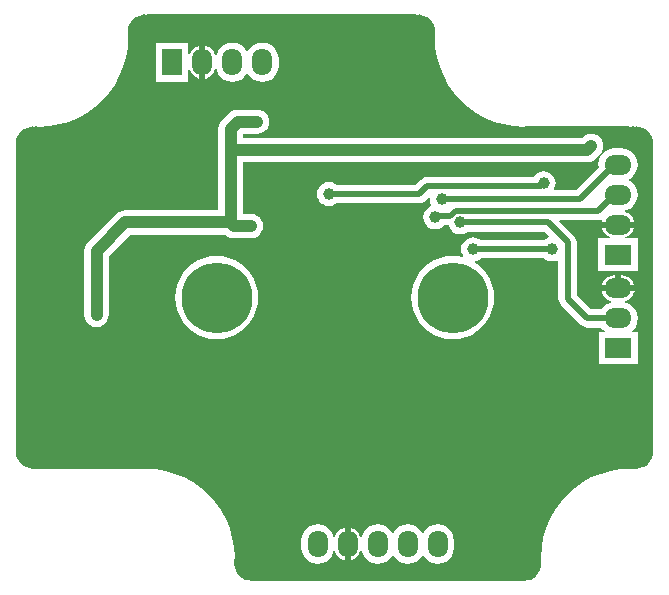
<source format=gbl>
G04*
G04 #@! TF.GenerationSoftware,Altium Limited,Altium Designer,21.3.2 (30)*
G04*
G04 Layer_Physical_Order=2*
G04 Layer_Color=16711680*
%FSLAX24Y24*%
%MOIN*%
G70*
G04*
G04 #@! TF.SameCoordinates,C6C43F33-DCCB-449E-A6F8-7945281E5F6C*
G04*
G04*
G04 #@! TF.FilePolarity,Positive*
G04*
G01*
G75*
%ADD45C,0.0400*%
%ADD46C,0.0200*%
%ADD49O,0.0906X0.0669*%
%ADD50R,0.0906X0.0669*%
%ADD51O,0.0669X0.0906*%
%ADD52R,0.0669X0.0906*%
%ADD53C,0.2362*%
%ADD54C,0.0394*%
G36*
X14769Y20482D02*
X14770Y20481D01*
X14820Y20496D01*
X14884Y20490D01*
X14994Y20456D01*
X15095Y20402D01*
X15184Y20329D01*
X15256Y20241D01*
X15310Y20140D01*
X15344Y20030D01*
X15353Y19933D01*
X15339Y19884D01*
X15339Y19883D01*
X15353Y19832D01*
X15347Y19719D01*
X15366Y19387D01*
X15421Y19060D01*
X15513Y18741D01*
X15640Y18434D01*
X15801Y18144D01*
X15993Y17873D01*
X16214Y17625D01*
X16462Y17404D01*
X16733Y17212D01*
X17023Y17051D01*
X17330Y16924D01*
X17649Y16832D01*
X17976Y16777D01*
X18308Y16758D01*
Y16758D01*
X18358Y16760D01*
X21801Y16760D01*
X21851Y16758D01*
Y16758D01*
X21965Y16765D01*
X22015Y16750D01*
X22016Y16750D01*
X22065Y16764D01*
X22162Y16755D01*
X22272Y16722D01*
X22373Y16668D01*
X22462Y16595D01*
X22534Y16506D01*
X22588Y16405D01*
X22622Y16295D01*
X22628Y16231D01*
X22613Y16181D01*
X22614Y16180D01*
X22633Y16161D01*
Y5977D01*
X22614Y5935D01*
X22613Y5934D01*
X22628Y5884D01*
X22622Y5820D01*
X22588Y5710D01*
X22534Y5609D01*
X22462Y5520D01*
X22373Y5447D01*
X22272Y5393D01*
X22162Y5360D01*
X22065Y5350D01*
X22016Y5364D01*
X22015Y5365D01*
X21965Y5350D01*
X21851Y5356D01*
X21519Y5338D01*
X21192Y5282D01*
X20873Y5190D01*
X20566Y5063D01*
X20276Y4903D01*
X20005Y4711D01*
X19758Y4489D01*
X19536Y4242D01*
X19344Y3971D01*
X19184Y3680D01*
X19057Y3374D01*
X18965Y3055D01*
X18909Y2727D01*
X18890Y2396D01*
X18897Y2282D01*
X18882Y2232D01*
X18882Y2231D01*
X18897Y2181D01*
X18887Y2085D01*
X18854Y1975D01*
X18800Y1874D01*
X18727Y1785D01*
X18638Y1712D01*
X18537Y1658D01*
X18427Y1625D01*
X18315Y1614D01*
X18313Y1614D01*
X9247Y1614D01*
X9245Y1614D01*
X9133Y1625D01*
X9023Y1658D01*
X8922Y1712D01*
X8833Y1785D01*
X8760Y1874D01*
X8706Y1975D01*
X8673Y2085D01*
X8663Y2182D01*
X8665Y2231D01*
X8665Y2231D01*
X8663Y2281D01*
X8670Y2396D01*
X8651Y2727D01*
X8596Y3055D01*
X8504Y3374D01*
X8377Y3680D01*
X8216Y3971D01*
X8024Y4242D01*
X7803Y4489D01*
X7555Y4711D01*
X7284Y4903D01*
X6994Y5063D01*
X6687Y5190D01*
X6368Y5282D01*
X6041Y5338D01*
X5759Y5354D01*
X5710Y5356D01*
X5710Y5373D01*
X5709Y5374D01*
Y5356D01*
X5661Y5354D01*
X2214D01*
X2184Y5356D01*
X2184Y5356D01*
X2166Y5374D01*
X2166Y5374D01*
X2165Y5373D01*
X2165Y5356D01*
X2052Y5350D01*
X2002Y5365D01*
X2001Y5364D01*
X1951Y5350D01*
X1855Y5360D01*
X1745Y5393D01*
X1644Y5447D01*
X1555Y5520D01*
X1482Y5609D01*
X1428Y5710D01*
X1395Y5820D01*
X1384Y5932D01*
X1384Y5934D01*
X1384Y16181D01*
X1384Y16183D01*
X1395Y16295D01*
X1428Y16405D01*
X1482Y16506D01*
X1555Y16595D01*
X1644Y16667D01*
X1745Y16722D01*
X1855Y16755D01*
X1951Y16764D01*
X2001Y16750D01*
X2002Y16750D01*
X2052Y16765D01*
X2166Y16758D01*
X2497Y16777D01*
X2825Y16832D01*
X3144Y16924D01*
X3450Y17051D01*
X3741Y17212D01*
X4012Y17404D01*
X4259Y17625D01*
X4481Y17873D01*
X4673Y18144D01*
X4833Y18434D01*
X4960Y18741D01*
X5052Y19060D01*
X5108Y19387D01*
X5126Y19719D01*
X5120Y19832D01*
X5135Y19883D01*
X5131Y19895D01*
X5120Y19933D01*
X5130Y20030D01*
X5163Y20140D01*
X5217Y20241D01*
X5290Y20329D01*
X5379Y20402D01*
X5480Y20456D01*
X5590Y20490D01*
X5654Y20496D01*
X5704Y20481D01*
X5704Y20481D01*
X5705Y20482D01*
X5751Y20500D01*
X5754D01*
Y20500D01*
X5754Y20500D01*
X14727Y20500D01*
X14769Y20482D01*
D02*
G37*
%LPC*%
G36*
X9600Y19557D02*
X9460Y19539D01*
X9330Y19485D01*
X9219Y19399D01*
X9133Y19288D01*
X9125Y19268D01*
X9075D01*
X9067Y19288D01*
X8981Y19399D01*
X8870Y19485D01*
X8740Y19539D01*
X8600Y19557D01*
X8460Y19539D01*
X8330Y19485D01*
X8219Y19399D01*
X8133Y19288D01*
X8079Y19158D01*
X8075Y19125D01*
X8024D01*
X8023Y19132D01*
X7980Y19237D01*
X7910Y19328D01*
X7819Y19398D01*
X7713Y19442D01*
X7700Y19443D01*
Y18900D01*
Y18357D01*
X7713Y18358D01*
X7819Y18402D01*
X7910Y18472D01*
X7980Y18563D01*
X8023Y18668D01*
X8024Y18675D01*
X8075D01*
X8079Y18642D01*
X8133Y18512D01*
X8219Y18401D01*
X8330Y18315D01*
X8460Y18261D01*
X8600Y18243D01*
X8740Y18261D01*
X8870Y18315D01*
X8981Y18401D01*
X9067Y18512D01*
X9075Y18532D01*
X9125D01*
X9133Y18512D01*
X9219Y18401D01*
X9330Y18315D01*
X9460Y18261D01*
X9600Y18243D01*
X9740Y18261D01*
X9870Y18315D01*
X9981Y18401D01*
X10067Y18512D01*
X10121Y18642D01*
X10139Y18782D01*
Y19018D01*
X10121Y19158D01*
X10067Y19288D01*
X9981Y19399D01*
X9870Y19485D01*
X9740Y19539D01*
X9600Y19557D01*
D02*
G37*
G36*
X7135Y19553D02*
X6065D01*
Y18247D01*
X7135D01*
Y18639D01*
X7185Y18649D01*
X7220Y18563D01*
X7290Y18472D01*
X7381Y18402D01*
X7487Y18358D01*
X7500Y18357D01*
Y18900D01*
Y19443D01*
X7487Y19442D01*
X7381Y19398D01*
X7290Y19328D01*
X7220Y19237D01*
X7185Y19151D01*
X7135Y19161D01*
Y19553D01*
D02*
G37*
G36*
X9430Y17323D02*
X8772D01*
X8668Y17310D01*
X8571Y17269D01*
X8487Y17205D01*
X8487Y17205D01*
X8253Y16971D01*
X8189Y16887D01*
X8148Y16790D01*
X8135Y16686D01*
X8135Y16686D01*
Y15970D01*
Y13963D01*
X5010D01*
X5010Y13963D01*
X4906Y13950D01*
X4808Y13909D01*
X4725Y13845D01*
X4725Y13845D01*
X3785Y12905D01*
X3721Y12822D01*
X3680Y12724D01*
X3667Y12620D01*
X3667Y12620D01*
Y10480D01*
X3680Y10376D01*
X3721Y10278D01*
X3785Y10195D01*
X3868Y10131D01*
X3966Y10090D01*
X4070Y10077D01*
X4174Y10090D01*
X4272Y10131D01*
X4355Y10195D01*
X4419Y10278D01*
X4460Y10376D01*
X4473Y10480D01*
Y12453D01*
X5177Y13157D01*
X8371D01*
X8373Y13155D01*
X8373Y13155D01*
X8456Y13091D01*
X8554Y13050D01*
X8658Y13037D01*
X8658Y13037D01*
X9220D01*
X9324Y13050D01*
X9422Y13091D01*
X9505Y13155D01*
X9569Y13238D01*
X9610Y13336D01*
X9623Y13440D01*
X9610Y13544D01*
X9569Y13642D01*
X9505Y13725D01*
X9422Y13789D01*
X9324Y13830D01*
X9220Y13843D01*
X8942D01*
Y15567D01*
X20410D01*
X20410Y15567D01*
X20514Y15580D01*
X20612Y15621D01*
X20695Y15685D01*
X20845Y15835D01*
X20909Y15918D01*
X20950Y16016D01*
X20963Y16120D01*
X20950Y16224D01*
X20909Y16322D01*
X20845Y16405D01*
X20762Y16469D01*
X20664Y16510D01*
X20560Y16523D01*
X20456Y16510D01*
X20358Y16469D01*
X20275Y16405D01*
X20243Y16373D01*
X8942D01*
Y16517D01*
X9430D01*
X9534Y16530D01*
X9632Y16571D01*
X9715Y16635D01*
X9779Y16718D01*
X9820Y16816D01*
X9833Y16920D01*
X9820Y17024D01*
X9779Y17122D01*
X9715Y17205D01*
X9632Y17269D01*
X9534Y17310D01*
X9430Y17323D01*
D02*
G37*
G36*
X21568Y16029D02*
X21332D01*
X21192Y16011D01*
X21062Y15957D01*
X20951Y15871D01*
X20865Y15760D01*
X20811Y15630D01*
X20793Y15490D01*
X20806Y15392D01*
X20047Y14633D01*
X19345D01*
X19322Y14683D01*
X19357Y14766D01*
X19370Y14870D01*
X19357Y14974D01*
X19317Y15070D01*
X19253Y15153D01*
X19170Y15217D01*
X19074Y15257D01*
X18970Y15270D01*
X18866Y15257D01*
X18770Y15217D01*
X18687Y15153D01*
X18625Y15073D01*
X15090D01*
X15012Y15062D01*
X14939Y15032D01*
X14876Y14984D01*
X14702Y14809D01*
X12074D01*
X12017Y14854D01*
X11920Y14893D01*
X11817Y14907D01*
X11713Y14893D01*
X11617Y14854D01*
X11534Y14790D01*
X11470Y14707D01*
X11430Y14610D01*
X11417Y14507D01*
X11430Y14403D01*
X11470Y14307D01*
X11534Y14224D01*
X11617Y14160D01*
X11713Y14120D01*
X11817Y14107D01*
X11920Y14120D01*
X12017Y14160D01*
X12074Y14204D01*
X14827D01*
X14905Y14215D01*
X14978Y14245D01*
X15041Y14293D01*
X15137Y14389D01*
X15184Y14366D01*
X15180Y14330D01*
X15193Y14226D01*
X15225Y14150D01*
X15203Y14095D01*
X15160Y14077D01*
X15077Y14013D01*
X15013Y13930D01*
X14973Y13834D01*
X14960Y13730D01*
X14973Y13626D01*
X15013Y13530D01*
X15077Y13447D01*
X15160Y13383D01*
X15256Y13343D01*
X15360Y13330D01*
X15464Y13343D01*
X15560Y13383D01*
X15643Y13447D01*
X15656Y13464D01*
X15812D01*
X15813Y13456D01*
X15853Y13360D01*
X15917Y13277D01*
X16000Y13213D01*
X16096Y13173D01*
X16200Y13160D01*
X16304Y13173D01*
X16400Y13213D01*
X16458Y13257D01*
X18985D01*
X19139Y13103D01*
X19121Y13050D01*
X19040Y13017D01*
X18982Y12973D01*
X16878D01*
X16820Y13017D01*
X16724Y13057D01*
X16620Y13070D01*
X16516Y13057D01*
X16420Y13017D01*
X16337Y12953D01*
X16273Y12870D01*
X16233Y12774D01*
X16220Y12670D01*
X16233Y12566D01*
X16273Y12470D01*
X16292Y12446D01*
X16263Y12401D01*
X16162Y12426D01*
X15945Y12443D01*
X15729Y12426D01*
X15517Y12375D01*
X15316Y12292D01*
X15131Y12178D01*
X14966Y12037D01*
X14825Y11872D01*
X14711Y11686D01*
X14628Y11485D01*
X14577Y11274D01*
X14560Y11057D01*
X14577Y10841D01*
X14628Y10629D01*
X14711Y10428D01*
X14825Y10243D01*
X14966Y10078D01*
X15131Y9937D01*
X15316Y9823D01*
X15517Y9740D01*
X15729Y9689D01*
X15945Y9672D01*
X16162Y9689D01*
X16374Y9740D01*
X16574Y9823D01*
X16760Y9937D01*
X16925Y10078D01*
X17066Y10243D01*
X17180Y10428D01*
X17263Y10629D01*
X17314Y10841D01*
X17331Y11057D01*
X17314Y11274D01*
X17263Y11485D01*
X17180Y11686D01*
X17066Y11872D01*
X16925Y12037D01*
X16760Y12178D01*
X16680Y12227D01*
X16691Y12279D01*
X16724Y12283D01*
X16820Y12323D01*
X16878Y12367D01*
X18982D01*
X19040Y12323D01*
X19136Y12283D01*
X19240Y12270D01*
X19344Y12283D01*
X19417Y12314D01*
X19467Y12285D01*
Y11020D01*
X19478Y10942D01*
X19508Y10869D01*
X19556Y10806D01*
X20216Y10146D01*
X20279Y10098D01*
X20352Y10068D01*
X20430Y10057D01*
X20900D01*
X20961Y9979D01*
X21008Y9942D01*
X20992Y9895D01*
X20807D01*
Y8825D01*
X22113D01*
Y9895D01*
X21928D01*
X21912Y9942D01*
X21959Y9979D01*
X22045Y10090D01*
X22099Y10220D01*
X22117Y10360D01*
X22099Y10500D01*
X22045Y10630D01*
X21959Y10741D01*
X21848Y10827D01*
X21718Y10881D01*
X21685Y10885D01*
Y10936D01*
X21692Y10937D01*
X21797Y10980D01*
X21888Y11050D01*
X21958Y11141D01*
X22002Y11247D01*
X22003Y11260D01*
X21460D01*
X20917D01*
X20918Y11247D01*
X20962Y11141D01*
X21032Y11050D01*
X21123Y10980D01*
X21228Y10937D01*
X21235Y10936D01*
Y10885D01*
X21202Y10881D01*
X21072Y10827D01*
X20961Y10741D01*
X20900Y10663D01*
X20555D01*
X20073Y11145D01*
Y12900D01*
X20062Y12978D01*
X20032Y13051D01*
X19984Y13114D01*
X19490Y13608D01*
X19509Y13654D01*
X20799D01*
X20877Y13665D01*
X20885Y13668D01*
X20920Y13633D01*
X20908Y13603D01*
X20907Y13590D01*
X21450D01*
X21993D01*
X21992Y13603D01*
X21948Y13709D01*
X21878Y13800D01*
X21787Y13870D01*
X21682Y13913D01*
X21675Y13914D01*
Y13965D01*
X21708Y13969D01*
X21838Y14023D01*
X21949Y14109D01*
X22035Y14220D01*
X22089Y14350D01*
X22107Y14490D01*
X22089Y14630D01*
X22035Y14760D01*
X21949Y14871D01*
X21838Y14957D01*
X21818Y14965D01*
Y15015D01*
X21838Y15023D01*
X21949Y15109D01*
X22035Y15220D01*
X22089Y15350D01*
X22107Y15490D01*
X22089Y15630D01*
X22035Y15760D01*
X21949Y15871D01*
X21838Y15957D01*
X21708Y16011D01*
X21568Y16029D01*
D02*
G37*
G36*
X21993Y13390D02*
X21450D01*
X20907D01*
X20908Y13377D01*
X20952Y13271D01*
X21022Y13180D01*
X21113Y13110D01*
X21199Y13075D01*
X21189Y13025D01*
X20797D01*
Y11955D01*
X22103D01*
Y13025D01*
X21711D01*
X21701Y13075D01*
X21787Y13110D01*
X21878Y13180D01*
X21948Y13271D01*
X21992Y13377D01*
X21993Y13390D01*
D02*
G37*
G36*
X21578Y11798D02*
X21560D01*
Y11460D01*
X22003D01*
X22002Y11473D01*
X21958Y11579D01*
X21888Y11670D01*
X21797Y11740D01*
X21692Y11783D01*
X21578Y11798D01*
D02*
G37*
G36*
X21360D02*
X21342D01*
X21228Y11783D01*
X21123Y11740D01*
X21032Y11670D01*
X20962Y11579D01*
X20918Y11473D01*
X20917Y11460D01*
X21360D01*
Y11798D01*
D02*
G37*
G36*
X8071Y12443D02*
X7855Y12426D01*
X7643Y12375D01*
X7442Y12292D01*
X7257Y12178D01*
X7092Y12037D01*
X6951Y11872D01*
X6837Y11686D01*
X6754Y11485D01*
X6703Y11274D01*
X6686Y11057D01*
X6703Y10841D01*
X6754Y10629D01*
X6837Y10428D01*
X6951Y10243D01*
X7092Y10078D01*
X7257Y9937D01*
X7442Y9823D01*
X7643Y9740D01*
X7855Y9689D01*
X8071Y9672D01*
X8288Y9689D01*
X8500Y9740D01*
X8700Y9823D01*
X8886Y9937D01*
X9051Y10078D01*
X9192Y10243D01*
X9306Y10428D01*
X9389Y10629D01*
X9440Y10841D01*
X9457Y11057D01*
X9440Y11274D01*
X9389Y11485D01*
X9306Y11686D01*
X9192Y11872D01*
X9051Y12037D01*
X8886Y12178D01*
X8700Y12292D01*
X8500Y12375D01*
X8288Y12426D01*
X8071Y12443D01*
D02*
G37*
G36*
X15440Y3497D02*
X15300Y3479D01*
X15170Y3425D01*
X15059Y3339D01*
X14973Y3228D01*
X14965Y3208D01*
X14915D01*
X14907Y3228D01*
X14821Y3339D01*
X14710Y3425D01*
X14580Y3479D01*
X14440Y3497D01*
X14300Y3479D01*
X14170Y3425D01*
X14059Y3339D01*
X13973Y3228D01*
X13965Y3208D01*
X13915D01*
X13907Y3228D01*
X13821Y3339D01*
X13710Y3425D01*
X13580Y3479D01*
X13440Y3497D01*
X13300Y3479D01*
X13170Y3425D01*
X13059Y3339D01*
X12973Y3228D01*
X12919Y3098D01*
X12915Y3065D01*
X12864D01*
X12863Y3072D01*
X12820Y3177D01*
X12750Y3268D01*
X12659Y3338D01*
X12553Y3382D01*
X12540Y3383D01*
Y2840D01*
Y2297D01*
X12553Y2298D01*
X12659Y2342D01*
X12750Y2412D01*
X12820Y2503D01*
X12863Y2608D01*
X12864Y2615D01*
X12915D01*
X12919Y2582D01*
X12973Y2452D01*
X13059Y2341D01*
X13170Y2255D01*
X13300Y2201D01*
X13440Y2183D01*
X13580Y2201D01*
X13710Y2255D01*
X13821Y2341D01*
X13907Y2452D01*
X13915Y2472D01*
X13965D01*
X13973Y2452D01*
X14059Y2341D01*
X14170Y2255D01*
X14300Y2201D01*
X14440Y2183D01*
X14580Y2201D01*
X14710Y2255D01*
X14821Y2341D01*
X14907Y2452D01*
X14915Y2472D01*
X14965D01*
X14973Y2452D01*
X15059Y2341D01*
X15170Y2255D01*
X15300Y2201D01*
X15440Y2183D01*
X15580Y2201D01*
X15710Y2255D01*
X15821Y2341D01*
X15907Y2452D01*
X15961Y2582D01*
X15979Y2722D01*
Y2958D01*
X15961Y3098D01*
X15907Y3228D01*
X15821Y3339D01*
X15710Y3425D01*
X15580Y3479D01*
X15440Y3497D01*
D02*
G37*
G36*
X11440D02*
X11300Y3479D01*
X11170Y3425D01*
X11059Y3339D01*
X10973Y3228D01*
X10919Y3098D01*
X10901Y2958D01*
Y2722D01*
X10919Y2582D01*
X10973Y2452D01*
X11059Y2341D01*
X11170Y2255D01*
X11300Y2201D01*
X11440Y2183D01*
X11580Y2201D01*
X11710Y2255D01*
X11821Y2341D01*
X11907Y2452D01*
X11961Y2582D01*
X11965Y2615D01*
X12016D01*
X12017Y2608D01*
X12060Y2503D01*
X12130Y2412D01*
X12221Y2342D01*
X12327Y2298D01*
X12340Y2297D01*
Y2840D01*
Y3383D01*
X12327Y3382D01*
X12221Y3338D01*
X12130Y3268D01*
X12060Y3177D01*
X12017Y3072D01*
X12016Y3065D01*
X11965D01*
X11961Y3098D01*
X11907Y3228D01*
X11821Y3339D01*
X11710Y3425D01*
X11580Y3479D01*
X11440Y3497D01*
D02*
G37*
%LPD*%
D45*
X8658Y13440D02*
X9220D01*
X8538Y13560D02*
X8658Y13440D01*
X8538Y15970D02*
X20410D01*
X20560Y16120D01*
X8538Y15970D02*
Y16686D01*
Y13560D02*
Y15970D01*
Y16686D02*
X8772Y16920D01*
X9430D01*
X5010Y13560D02*
X8538D01*
X4070Y12620D02*
X5010Y13560D01*
X4070Y10480D02*
Y12620D01*
D46*
X21332Y15490D02*
X21450D01*
X15580Y14330D02*
X20172D01*
X21332Y15490D01*
X15397Y13767D02*
X15846D01*
X15360Y13730D02*
X15397Y13767D01*
X15846D02*
X16036Y13957D01*
X20799D01*
X21332Y14490D01*
X21450D01*
X16620Y12670D02*
X19240D01*
X20430Y10360D02*
X21460D01*
X19770Y11020D02*
Y12900D01*
Y11020D02*
X20430Y10360D01*
X19110Y13560D02*
X19770Y12900D01*
X16200Y13560D02*
X19110D01*
X18870Y14770D02*
X18970Y14870D01*
X15090Y14770D02*
X18870D01*
X14827Y14507D02*
X15090Y14770D01*
X11817Y14507D02*
X14827D01*
D49*
X21460Y11360D02*
D03*
Y10360D02*
D03*
X21450Y15490D02*
D03*
Y14490D02*
D03*
Y13490D02*
D03*
D50*
X21460Y9360D02*
D03*
X21450Y12490D02*
D03*
D51*
X8600Y18900D02*
D03*
X7600D02*
D03*
X9600D02*
D03*
X15440Y2840D02*
D03*
X14440D02*
D03*
X13440D02*
D03*
X12440D02*
D03*
X11440D02*
D03*
D52*
X6600Y18900D02*
D03*
D53*
X15945Y11057D02*
D03*
X8071D02*
D03*
D54*
X15580Y14330D02*
D03*
X15360Y13730D02*
D03*
X9220Y13440D02*
D03*
X21690Y7780D02*
D03*
Y6280D02*
D03*
X20190Y7780D02*
D03*
Y6280D02*
D03*
X18690Y9280D02*
D03*
Y7780D02*
D03*
Y6280D02*
D03*
Y4780D02*
D03*
Y3280D02*
D03*
X17190Y9280D02*
D03*
Y7780D02*
D03*
X15690Y9280D02*
D03*
Y7780D02*
D03*
Y6280D02*
D03*
Y4780D02*
D03*
X14190Y18280D02*
D03*
Y10780D02*
D03*
Y9280D02*
D03*
Y7780D02*
D03*
Y6280D02*
D03*
X12690Y7780D02*
D03*
X9690Y4780D02*
D03*
Y3280D02*
D03*
X8190Y9280D02*
D03*
Y6280D02*
D03*
Y4780D02*
D03*
X6690Y12280D02*
D03*
Y7780D02*
D03*
Y6280D02*
D03*
X5190Y18280D02*
D03*
Y16780D02*
D03*
Y15280D02*
D03*
Y12280D02*
D03*
Y9280D02*
D03*
Y7780D02*
D03*
Y6280D02*
D03*
X3690Y16780D02*
D03*
Y7780D02*
D03*
Y6280D02*
D03*
X2190Y15280D02*
D03*
Y10780D02*
D03*
Y7780D02*
D03*
Y6280D02*
D03*
X16031Y15259D02*
D03*
X20560Y16120D02*
D03*
X19240Y12670D02*
D03*
X16620D02*
D03*
X9430Y16920D02*
D03*
X4070Y10480D02*
D03*
X18970Y14870D02*
D03*
X11817Y14507D02*
D03*
X16200Y13560D02*
D03*
M02*

</source>
